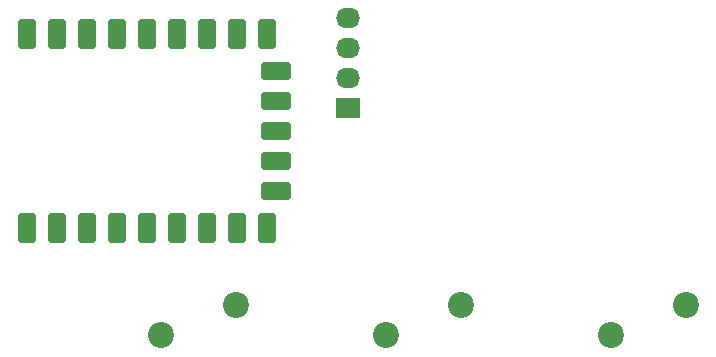
<source format=gbl>
G04 #@! TF.GenerationSoftware,KiCad,Pcbnew,8.0.8-8.0.8-0~ubuntu22.04.1*
G04 #@! TF.CreationDate,2025-02-26T16:06:35+08:00*
G04 #@! TF.ProjectId,macropad,6d616372-6f70-4616-942e-6b696361645f,rev?*
G04 #@! TF.SameCoordinates,Original*
G04 #@! TF.FileFunction,Copper,L2,Bot*
G04 #@! TF.FilePolarity,Positive*
%FSLAX46Y46*%
G04 Gerber Fmt 4.6, Leading zero omitted, Abs format (unit mm)*
G04 Created by KiCad (PCBNEW 8.0.8-8.0.8-0~ubuntu22.04.1) date 2025-02-26 16:06:35*
%MOMM*%
%LPD*%
G01*
G04 APERTURE LIST*
G04 Aperture macros list*
%AMRoundRect*
0 Rectangle with rounded corners*
0 $1 Rounding radius*
0 $2 $3 $4 $5 $6 $7 $8 $9 X,Y pos of 4 corners*
0 Add a 4 corners polygon primitive as box body*
4,1,4,$2,$3,$4,$5,$6,$7,$8,$9,$2,$3,0*
0 Add four circle primitives for the rounded corners*
1,1,$1+$1,$2,$3*
1,1,$1+$1,$4,$5*
1,1,$1+$1,$6,$7*
1,1,$1+$1,$8,$9*
0 Add four rect primitives between the rounded corners*
20,1,$1+$1,$2,$3,$4,$5,0*
20,1,$1+$1,$4,$5,$6,$7,0*
20,1,$1+$1,$6,$7,$8,$9,0*
20,1,$1+$1,$8,$9,$2,$3,0*%
G04 Aperture macros list end*
G04 #@! TA.AperFunction,ComponentPad*
%ADD10R,2.030000X1.730000*%
G04 #@! TD*
G04 #@! TA.AperFunction,ComponentPad*
%ADD11O,2.030000X1.730000*%
G04 #@! TD*
G04 #@! TA.AperFunction,ComponentPad*
%ADD12C,2.200000*%
G04 #@! TD*
G04 #@! TA.AperFunction,ComponentPad*
%ADD13RoundRect,0.400000X0.400000X-0.900000X0.400000X0.900000X-0.400000X0.900000X-0.400000X-0.900000X0*%
G04 #@! TD*
G04 #@! TA.AperFunction,ComponentPad*
%ADD14RoundRect,0.400050X0.400050X-0.899950X0.400050X0.899950X-0.400050X0.899950X-0.400050X-0.899950X0*%
G04 #@! TD*
G04 #@! TA.AperFunction,ComponentPad*
%ADD15RoundRect,0.400000X0.900000X-0.400000X0.900000X0.400000X-0.900000X0.400000X-0.900000X-0.400000X0*%
G04 #@! TD*
G04 #@! TA.AperFunction,ComponentPad*
%ADD16RoundRect,0.393700X0.906300X-0.393700X0.906300X0.393700X-0.906300X0.393700X-0.906300X-0.393700X0*%
G04 #@! TD*
G04 APERTURE END LIST*
D10*
X200000000Y-78540000D03*
D11*
X200000000Y-76000000D03*
X200000000Y-73460000D03*
X200000000Y-70920000D03*
D12*
X222250000Y-97790000D03*
X228600000Y-95250000D03*
X203200000Y-97790000D03*
X209550000Y-95250000D03*
X190500000Y-95250000D03*
X184150000Y-97790000D03*
D13*
X172765000Y-72240000D03*
X175305000Y-72240000D03*
X177845000Y-72240000D03*
X180385000Y-72240000D03*
X182925000Y-72240000D03*
D14*
X185465000Y-72240000D03*
X188005000Y-72240000D03*
X190545000Y-72240000D03*
X193085000Y-72240000D03*
D15*
X193895000Y-75380000D03*
D16*
X193895000Y-77920000D03*
X193895000Y-80460000D03*
X193895000Y-83000000D03*
X193895000Y-85540000D03*
D14*
X193085000Y-88680000D03*
X190545000Y-88680000D03*
X188005000Y-88680000D03*
X185465000Y-88680000D03*
X172765000Y-88680000D03*
X175305000Y-88680000D03*
X177845000Y-88680000D03*
X182925000Y-88680000D03*
X180385000Y-88680000D03*
M02*

</source>
